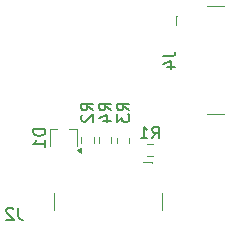
<source format=gbr>
%TF.GenerationSoftware,KiCad,Pcbnew,8.0.7*%
%TF.CreationDate,2024-12-28T17:49:01+01:00*%
%TF.ProjectId,usb-c-power-meter,7573622d-632d-4706-9f77-65722d6d6574,rev?*%
%TF.SameCoordinates,Original*%
%TF.FileFunction,Legend,Bot*%
%TF.FilePolarity,Positive*%
%FSLAX46Y46*%
G04 Gerber Fmt 4.6, Leading zero omitted, Abs format (unit mm)*
G04 Created by KiCad (PCBNEW 8.0.7) date 2024-12-28 17:49:01*
%MOMM*%
%LPD*%
G01*
G04 APERTURE LIST*
%ADD10C,0.150000*%
%ADD11C,0.120000*%
G04 APERTURE END LIST*
D10*
X156021819Y-111654333D02*
X155545628Y-111321000D01*
X156021819Y-111082905D02*
X155021819Y-111082905D01*
X155021819Y-111082905D02*
X155021819Y-111463857D01*
X155021819Y-111463857D02*
X155069438Y-111559095D01*
X155069438Y-111559095D02*
X155117057Y-111606714D01*
X155117057Y-111606714D02*
X155212295Y-111654333D01*
X155212295Y-111654333D02*
X155355152Y-111654333D01*
X155355152Y-111654333D02*
X155450390Y-111606714D01*
X155450390Y-111606714D02*
X155498009Y-111559095D01*
X155498009Y-111559095D02*
X155545628Y-111463857D01*
X155545628Y-111463857D02*
X155545628Y-111082905D01*
X155021819Y-111987667D02*
X155021819Y-112606714D01*
X155021819Y-112606714D02*
X155402771Y-112273381D01*
X155402771Y-112273381D02*
X155402771Y-112416238D01*
X155402771Y-112416238D02*
X155450390Y-112511476D01*
X155450390Y-112511476D02*
X155498009Y-112559095D01*
X155498009Y-112559095D02*
X155593247Y-112606714D01*
X155593247Y-112606714D02*
X155831342Y-112606714D01*
X155831342Y-112606714D02*
X155926580Y-112559095D01*
X155926580Y-112559095D02*
X155974200Y-112511476D01*
X155974200Y-112511476D02*
X156021819Y-112416238D01*
X156021819Y-112416238D02*
X156021819Y-112130524D01*
X156021819Y-112130524D02*
X155974200Y-112035286D01*
X155974200Y-112035286D02*
X155926580Y-111987667D01*
X152973819Y-111654333D02*
X152497628Y-111321000D01*
X152973819Y-111082905D02*
X151973819Y-111082905D01*
X151973819Y-111082905D02*
X151973819Y-111463857D01*
X151973819Y-111463857D02*
X152021438Y-111559095D01*
X152021438Y-111559095D02*
X152069057Y-111606714D01*
X152069057Y-111606714D02*
X152164295Y-111654333D01*
X152164295Y-111654333D02*
X152307152Y-111654333D01*
X152307152Y-111654333D02*
X152402390Y-111606714D01*
X152402390Y-111606714D02*
X152450009Y-111559095D01*
X152450009Y-111559095D02*
X152497628Y-111463857D01*
X152497628Y-111463857D02*
X152497628Y-111082905D01*
X152069057Y-112035286D02*
X152021438Y-112082905D01*
X152021438Y-112082905D02*
X151973819Y-112178143D01*
X151973819Y-112178143D02*
X151973819Y-112416238D01*
X151973819Y-112416238D02*
X152021438Y-112511476D01*
X152021438Y-112511476D02*
X152069057Y-112559095D01*
X152069057Y-112559095D02*
X152164295Y-112606714D01*
X152164295Y-112606714D02*
X152259533Y-112606714D01*
X152259533Y-112606714D02*
X152402390Y-112559095D01*
X152402390Y-112559095D02*
X152973819Y-111987667D01*
X152973819Y-111987667D02*
X152973819Y-112606714D01*
X158914819Y-107066666D02*
X159629104Y-107066666D01*
X159629104Y-107066666D02*
X159771961Y-107019047D01*
X159771961Y-107019047D02*
X159867200Y-106923809D01*
X159867200Y-106923809D02*
X159914819Y-106780952D01*
X159914819Y-106780952D02*
X159914819Y-106685714D01*
X159248152Y-107971428D02*
X159914819Y-107971428D01*
X158867200Y-107733333D02*
X159581485Y-107495238D01*
X159581485Y-107495238D02*
X159581485Y-108114285D01*
X157955666Y-114020819D02*
X158288999Y-113544628D01*
X158527094Y-114020819D02*
X158527094Y-113020819D01*
X158527094Y-113020819D02*
X158146142Y-113020819D01*
X158146142Y-113020819D02*
X158050904Y-113068438D01*
X158050904Y-113068438D02*
X158003285Y-113116057D01*
X158003285Y-113116057D02*
X157955666Y-113211295D01*
X157955666Y-113211295D02*
X157955666Y-113354152D01*
X157955666Y-113354152D02*
X158003285Y-113449390D01*
X158003285Y-113449390D02*
X158050904Y-113497009D01*
X158050904Y-113497009D02*
X158146142Y-113544628D01*
X158146142Y-113544628D02*
X158527094Y-113544628D01*
X157003285Y-114020819D02*
X157574713Y-114020819D01*
X157288999Y-114020819D02*
X157288999Y-113020819D01*
X157288999Y-113020819D02*
X157384237Y-113163676D01*
X157384237Y-113163676D02*
X157479475Y-113258914D01*
X157479475Y-113258914D02*
X157574713Y-113306533D01*
X154497819Y-111654333D02*
X154021628Y-111321000D01*
X154497819Y-111082905D02*
X153497819Y-111082905D01*
X153497819Y-111082905D02*
X153497819Y-111463857D01*
X153497819Y-111463857D02*
X153545438Y-111559095D01*
X153545438Y-111559095D02*
X153593057Y-111606714D01*
X153593057Y-111606714D02*
X153688295Y-111654333D01*
X153688295Y-111654333D02*
X153831152Y-111654333D01*
X153831152Y-111654333D02*
X153926390Y-111606714D01*
X153926390Y-111606714D02*
X153974009Y-111559095D01*
X153974009Y-111559095D02*
X154021628Y-111463857D01*
X154021628Y-111463857D02*
X154021628Y-111082905D01*
X153831152Y-112511476D02*
X154497819Y-112511476D01*
X153450200Y-112273381D02*
X154164485Y-112035286D01*
X154164485Y-112035286D02*
X154164485Y-112654333D01*
X146629333Y-119911819D02*
X146629333Y-120626104D01*
X146629333Y-120626104D02*
X146676952Y-120768961D01*
X146676952Y-120768961D02*
X146772190Y-120864200D01*
X146772190Y-120864200D02*
X146915047Y-120911819D01*
X146915047Y-120911819D02*
X147010285Y-120911819D01*
X146200761Y-120007057D02*
X146153142Y-119959438D01*
X146153142Y-119959438D02*
X146057904Y-119911819D01*
X146057904Y-119911819D02*
X145819809Y-119911819D01*
X145819809Y-119911819D02*
X145724571Y-119959438D01*
X145724571Y-119959438D02*
X145676952Y-120007057D01*
X145676952Y-120007057D02*
X145629333Y-120102295D01*
X145629333Y-120102295D02*
X145629333Y-120197533D01*
X145629333Y-120197533D02*
X145676952Y-120340390D01*
X145676952Y-120340390D02*
X146248380Y-120911819D01*
X146248380Y-120911819D02*
X145629333Y-120911819D01*
X148909819Y-113237905D02*
X147909819Y-113237905D01*
X147909819Y-113237905D02*
X147909819Y-113476000D01*
X147909819Y-113476000D02*
X147957438Y-113618857D01*
X147957438Y-113618857D02*
X148052676Y-113714095D01*
X148052676Y-113714095D02*
X148147914Y-113761714D01*
X148147914Y-113761714D02*
X148338390Y-113809333D01*
X148338390Y-113809333D02*
X148481247Y-113809333D01*
X148481247Y-113809333D02*
X148671723Y-113761714D01*
X148671723Y-113761714D02*
X148766961Y-113714095D01*
X148766961Y-113714095D02*
X148862200Y-113618857D01*
X148862200Y-113618857D02*
X148909819Y-113476000D01*
X148909819Y-113476000D02*
X148909819Y-113237905D01*
X148909819Y-114761714D02*
X148909819Y-114190286D01*
X148909819Y-114476000D02*
X147909819Y-114476000D01*
X147909819Y-114476000D02*
X148052676Y-114380762D01*
X148052676Y-114380762D02*
X148147914Y-114285524D01*
X148147914Y-114285524D02*
X148195533Y-114190286D01*
D11*
%TO.C,R3*%
X154977500Y-114437258D02*
X154977500Y-113962742D01*
X156022500Y-114437258D02*
X156022500Y-113962742D01*
%TO.C,R2*%
X151977500Y-114412258D02*
X151977500Y-113937742D01*
X153022500Y-114412258D02*
X153022500Y-113937742D01*
%TO.C,J4*%
X159960000Y-103640000D02*
X159960000Y-104440000D01*
X160110000Y-103640000D02*
X159960000Y-103640000D01*
X162630000Y-102820000D02*
X164040000Y-102820000D01*
X162630000Y-111980000D02*
X164040000Y-111980000D01*
%TO.C,R1*%
X157551742Y-114473500D02*
X158026258Y-114473500D01*
X157551742Y-115518500D02*
X158026258Y-115518500D01*
%TO.C,R4*%
X153477500Y-114412258D02*
X153477500Y-113937742D01*
X154522500Y-114412258D02*
X154522500Y-113937742D01*
%TO.C,J2*%
X149620000Y-118655000D02*
X149620000Y-120065000D01*
X157960000Y-115985000D02*
X157160000Y-115985000D01*
X157960000Y-116135000D02*
X157960000Y-115985000D01*
X158780000Y-118655000D02*
X158780000Y-120065000D01*
%TO.C,D1*%
X149290000Y-113266000D02*
X149290000Y-114676000D01*
X149290000Y-113266000D02*
X149950000Y-113266000D01*
X150950000Y-113266000D02*
X151610000Y-113266000D01*
X151610000Y-113266000D02*
X151610000Y-114676000D01*
X151920000Y-115286000D02*
X151590000Y-115046000D01*
X151920000Y-114806000D01*
X151920000Y-115286000D01*
G36*
X151920000Y-115286000D02*
G01*
X151590000Y-115046000D01*
X151920000Y-114806000D01*
X151920000Y-115286000D01*
G37*
%TD*%
M02*

</source>
